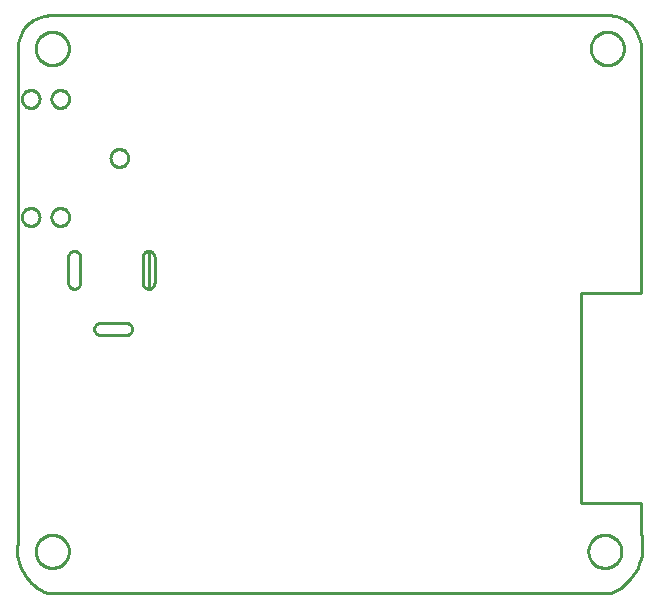
<source format=gbr>
G04 EAGLE Gerber X2 export*
%TF.Part,Single*%
%TF.FileFunction,Profile,NP*%
%TF.FilePolarity,Positive*%
%TF.GenerationSoftware,Autodesk,EAGLE,9.0.0*%
%TF.CreationDate,2018-05-04T17:55:18Z*%
G75*
%MOMM*%
%FSLAX34Y34*%
%LPD*%
%AMOC8*
5,1,8,0,0,1.08239X$1,22.5*%
G01*
%ADD10C,0.254000*%


D10*
X-6350Y19050D02*
X-6696Y17140D01*
X-7067Y13787D01*
X-7144Y10413D01*
X-6928Y7046D01*
X-6418Y3710D01*
X-5620Y432D01*
X-4539Y-2765D01*
X-3184Y-5855D01*
X-1564Y-8815D01*
X307Y-11623D01*
X2416Y-14257D01*
X4746Y-16697D01*
X7281Y-18925D01*
X9999Y-20923D01*
X12882Y-22677D01*
X15907Y-24173D01*
X19050Y-25400D01*
X495300Y-25400D01*
X497275Y-24544D01*
X500600Y-22823D01*
X503761Y-20818D01*
X506736Y-18546D01*
X509502Y-16023D01*
X512037Y-13269D01*
X514322Y-10304D01*
X516341Y-7151D01*
X518077Y-3835D01*
X519517Y-380D01*
X520651Y3188D01*
X521469Y6841D01*
X521966Y10551D01*
X522137Y14291D01*
X521982Y18031D01*
X521502Y21744D01*
X520700Y25400D01*
X520700Y50800D01*
X469900Y50800D01*
X469900Y228600D01*
X520700Y228600D01*
X520700Y438150D01*
X520581Y439506D01*
X520214Y441845D01*
X519643Y444143D01*
X518875Y446383D01*
X517914Y448546D01*
X516769Y450618D01*
X515447Y452583D01*
X513959Y454424D01*
X512316Y456129D01*
X510531Y457684D01*
X508617Y459078D01*
X506589Y460300D01*
X504462Y461340D01*
X502253Y462191D01*
X499978Y462846D01*
X497654Y463300D01*
X495300Y463550D01*
X19050Y463550D01*
X17694Y463431D01*
X15355Y463063D01*
X13057Y462493D01*
X10818Y461725D01*
X8654Y460764D01*
X6582Y459619D01*
X4617Y458297D01*
X2776Y456809D01*
X1071Y455166D01*
X-484Y453381D01*
X-1878Y451467D01*
X-3100Y449439D01*
X-4140Y447312D01*
X-4991Y445103D01*
X-5646Y442828D01*
X-6100Y440504D01*
X-6350Y438150D01*
X-6350Y19050D01*
X58100Y198100D02*
X58119Y197664D01*
X58176Y197232D01*
X58270Y196806D01*
X58402Y196390D01*
X58568Y195987D01*
X58770Y195600D01*
X59004Y195232D01*
X59270Y194886D01*
X59564Y194564D01*
X59886Y194270D01*
X60232Y194004D01*
X60600Y193770D01*
X60987Y193568D01*
X61390Y193402D01*
X61806Y193270D01*
X62232Y193176D01*
X62664Y193119D01*
X63100Y193100D01*
X85100Y193100D01*
X85536Y193119D01*
X85968Y193176D01*
X86394Y193270D01*
X86810Y193402D01*
X87213Y193568D01*
X87600Y193770D01*
X87968Y194004D01*
X88314Y194270D01*
X88636Y194564D01*
X88930Y194886D01*
X89196Y195232D01*
X89430Y195600D01*
X89632Y195987D01*
X89798Y196390D01*
X89930Y196806D01*
X90024Y197232D01*
X90081Y197664D01*
X90100Y198100D01*
X90081Y198536D01*
X90024Y198968D01*
X89930Y199394D01*
X89798Y199810D01*
X89632Y200213D01*
X89430Y200600D01*
X89196Y200968D01*
X88930Y201314D01*
X88636Y201636D01*
X88314Y201930D01*
X87968Y202196D01*
X87600Y202430D01*
X87213Y202632D01*
X86810Y202798D01*
X86394Y202930D01*
X85968Y203024D01*
X85536Y203081D01*
X85100Y203100D01*
X63100Y203100D01*
X62664Y203081D01*
X62232Y203024D01*
X61806Y202930D01*
X61390Y202798D01*
X60987Y202632D01*
X60600Y202430D01*
X60232Y202196D01*
X59886Y201930D01*
X59564Y201636D01*
X59270Y201314D01*
X59004Y200968D01*
X58770Y200600D01*
X58568Y200213D01*
X58402Y199810D01*
X58270Y199394D01*
X58176Y198968D01*
X58119Y198536D01*
X58100Y198100D01*
X36100Y237100D02*
X36119Y236664D01*
X36176Y236232D01*
X36270Y235806D01*
X36402Y235390D01*
X36568Y234987D01*
X36770Y234600D01*
X37004Y234232D01*
X37270Y233886D01*
X37564Y233564D01*
X37886Y233270D01*
X38232Y233004D01*
X38600Y232770D01*
X38987Y232568D01*
X39390Y232402D01*
X39806Y232270D01*
X40232Y232176D01*
X40664Y232119D01*
X41100Y232100D01*
X41536Y232119D01*
X41968Y232176D01*
X42394Y232270D01*
X42810Y232402D01*
X43213Y232568D01*
X43600Y232770D01*
X43968Y233004D01*
X44314Y233270D01*
X44636Y233564D01*
X44930Y233886D01*
X45196Y234232D01*
X45430Y234600D01*
X45632Y234987D01*
X45798Y235390D01*
X45930Y235806D01*
X46024Y236232D01*
X46081Y236664D01*
X46100Y237100D01*
X46100Y259100D01*
X46081Y259536D01*
X46024Y259968D01*
X45930Y260394D01*
X45798Y260810D01*
X45632Y261213D01*
X45430Y261600D01*
X45196Y261968D01*
X44930Y262314D01*
X44636Y262636D01*
X44314Y262930D01*
X43968Y263196D01*
X43600Y263430D01*
X43213Y263632D01*
X42810Y263798D01*
X42394Y263930D01*
X41968Y264024D01*
X41536Y264081D01*
X41100Y264100D01*
X40664Y264081D01*
X40232Y264024D01*
X39806Y263930D01*
X39390Y263798D01*
X38987Y263632D01*
X38600Y263430D01*
X38232Y263196D01*
X37886Y262930D01*
X37564Y262636D01*
X37270Y262314D01*
X37004Y261968D01*
X36770Y261600D01*
X36568Y261213D01*
X36402Y260810D01*
X36270Y260394D01*
X36176Y259968D01*
X36119Y259536D01*
X36100Y259100D01*
X36100Y237100D01*
X99100Y237100D02*
X99119Y236664D01*
X99176Y236232D01*
X99270Y235806D01*
X99402Y235390D01*
X99568Y234987D01*
X99770Y234600D01*
X100004Y234232D01*
X100270Y233886D01*
X100564Y233564D01*
X100886Y233270D01*
X101232Y233004D01*
X101600Y232770D01*
X101987Y232568D01*
X102390Y232402D01*
X102806Y232270D01*
X103232Y232176D01*
X103664Y232119D01*
X104100Y232100D01*
X104100Y264100D01*
X103664Y264081D01*
X103232Y264024D01*
X102806Y263930D01*
X102390Y263798D01*
X101987Y263632D01*
X101600Y263430D01*
X101232Y263196D01*
X100886Y262930D01*
X100564Y262636D01*
X100270Y262314D01*
X100004Y261968D01*
X99770Y261600D01*
X99568Y261213D01*
X99402Y260810D01*
X99270Y260394D01*
X99176Y259968D01*
X99119Y259536D01*
X99100Y259100D01*
X99100Y237100D01*
X99100Y237100D02*
X99119Y236664D01*
X99176Y236232D01*
X99270Y235806D01*
X99402Y235390D01*
X99568Y234987D01*
X99770Y234600D01*
X100004Y234232D01*
X100270Y233886D01*
X100564Y233564D01*
X100886Y233270D01*
X101232Y233004D01*
X101600Y232770D01*
X101987Y232568D01*
X102390Y232402D01*
X102806Y232270D01*
X103232Y232176D01*
X103664Y232119D01*
X104100Y232100D01*
X104536Y232119D01*
X104968Y232176D01*
X105394Y232270D01*
X105810Y232402D01*
X106213Y232568D01*
X106600Y232770D01*
X106968Y233004D01*
X107314Y233270D01*
X107636Y233564D01*
X107930Y233886D01*
X108196Y234232D01*
X108430Y234600D01*
X108632Y234987D01*
X108798Y235390D01*
X108930Y235806D01*
X109024Y236232D01*
X109081Y236664D01*
X109100Y237100D01*
X109100Y259100D01*
X109081Y259536D01*
X109024Y259968D01*
X108930Y260394D01*
X108798Y260810D01*
X108632Y261213D01*
X108430Y261600D01*
X108196Y261968D01*
X107930Y262314D01*
X107636Y262636D01*
X107314Y262930D01*
X106968Y263196D01*
X106600Y263430D01*
X106213Y263632D01*
X105810Y263798D01*
X105394Y263930D01*
X104968Y264024D01*
X104536Y264081D01*
X104100Y264100D01*
X103664Y264081D01*
X103232Y264024D01*
X102806Y263930D01*
X102390Y263798D01*
X101987Y263632D01*
X101600Y263430D01*
X101232Y263196D01*
X100886Y262930D01*
X100564Y262636D01*
X100270Y262314D01*
X100004Y261968D01*
X99770Y261600D01*
X99568Y261213D01*
X99402Y260810D01*
X99270Y260394D01*
X99176Y259968D01*
X99119Y259536D01*
X99100Y259100D01*
X99100Y237100D01*
X104100Y232100D02*
X104536Y232119D01*
X104968Y232176D01*
X105394Y232270D01*
X105810Y232402D01*
X106213Y232568D01*
X106600Y232770D01*
X106968Y233004D01*
X107314Y233270D01*
X107636Y233564D01*
X107930Y233886D01*
X108196Y234232D01*
X108430Y234600D01*
X108632Y234987D01*
X108798Y235390D01*
X108930Y235806D01*
X109024Y236232D01*
X109081Y236664D01*
X109100Y237100D01*
X109100Y259100D01*
X109081Y259536D01*
X109024Y259968D01*
X108930Y260394D01*
X108798Y260810D01*
X108632Y261213D01*
X108430Y261600D01*
X108196Y261968D01*
X107930Y262314D01*
X107636Y262636D01*
X107314Y262930D01*
X106968Y263196D01*
X106600Y263430D01*
X106213Y263632D01*
X105810Y263798D01*
X105394Y263930D01*
X104968Y264024D01*
X104536Y264081D01*
X104100Y264100D01*
X104100Y232100D01*
X36500Y435100D02*
X36429Y434103D01*
X36286Y433113D01*
X36074Y432136D01*
X35792Y431176D01*
X35443Y430239D01*
X35027Y429329D01*
X34548Y428452D01*
X34007Y427610D01*
X33408Y426810D01*
X32753Y426054D01*
X32046Y425347D01*
X31290Y424692D01*
X30490Y424093D01*
X29648Y423552D01*
X28771Y423073D01*
X27861Y422657D01*
X26924Y422308D01*
X25965Y422026D01*
X24987Y421814D01*
X23998Y421671D01*
X23000Y421600D01*
X22000Y421600D01*
X21003Y421671D01*
X20013Y421814D01*
X19036Y422026D01*
X18076Y422308D01*
X17139Y422657D01*
X16229Y423073D01*
X15352Y423552D01*
X14510Y424093D01*
X13710Y424692D01*
X12954Y425347D01*
X12247Y426054D01*
X11592Y426810D01*
X10993Y427610D01*
X10452Y428452D01*
X9973Y429329D01*
X9557Y430239D01*
X9208Y431176D01*
X8926Y432136D01*
X8714Y433113D01*
X8571Y434103D01*
X8500Y435100D01*
X8500Y436100D01*
X8571Y437098D01*
X8714Y438087D01*
X8926Y439065D01*
X9208Y440024D01*
X9557Y440961D01*
X9973Y441871D01*
X10452Y442748D01*
X10993Y443590D01*
X11592Y444390D01*
X12247Y445146D01*
X12954Y445853D01*
X13710Y446508D01*
X14510Y447107D01*
X15352Y447648D01*
X16229Y448127D01*
X17139Y448543D01*
X18076Y448892D01*
X19036Y449174D01*
X20013Y449386D01*
X21003Y449529D01*
X22000Y449600D01*
X23000Y449600D01*
X23998Y449529D01*
X24987Y449386D01*
X25965Y449174D01*
X26924Y448892D01*
X27861Y448543D01*
X28771Y448127D01*
X29648Y447648D01*
X30490Y447107D01*
X31290Y446508D01*
X32046Y445853D01*
X32753Y445146D01*
X33408Y444390D01*
X34007Y443590D01*
X34548Y442748D01*
X35027Y441871D01*
X35443Y440961D01*
X35792Y440024D01*
X36074Y439065D01*
X36286Y438087D01*
X36429Y437098D01*
X36500Y436100D01*
X36500Y435100D01*
X36500Y9300D02*
X36429Y8303D01*
X36286Y7313D01*
X36074Y6336D01*
X35792Y5376D01*
X35443Y4439D01*
X35027Y3529D01*
X34548Y2652D01*
X34007Y1810D01*
X33408Y1010D01*
X32753Y254D01*
X32046Y-453D01*
X31290Y-1108D01*
X30490Y-1707D01*
X29648Y-2248D01*
X28771Y-2727D01*
X27861Y-3143D01*
X26924Y-3492D01*
X25965Y-3774D01*
X24987Y-3986D01*
X23998Y-4129D01*
X23000Y-4200D01*
X22000Y-4200D01*
X21003Y-4129D01*
X20013Y-3986D01*
X19036Y-3774D01*
X18076Y-3492D01*
X17139Y-3143D01*
X16229Y-2727D01*
X15352Y-2248D01*
X14510Y-1707D01*
X13710Y-1108D01*
X12954Y-453D01*
X12247Y254D01*
X11592Y1010D01*
X10993Y1810D01*
X10452Y2652D01*
X9973Y3529D01*
X9557Y4439D01*
X9208Y5376D01*
X8926Y6336D01*
X8714Y7313D01*
X8571Y8303D01*
X8500Y9300D01*
X8500Y10300D01*
X8571Y11298D01*
X8714Y12287D01*
X8926Y13265D01*
X9208Y14224D01*
X9557Y15161D01*
X9973Y16071D01*
X10452Y16948D01*
X10993Y17790D01*
X11592Y18590D01*
X12247Y19346D01*
X12954Y20053D01*
X13710Y20708D01*
X14510Y21307D01*
X15352Y21848D01*
X16229Y22327D01*
X17139Y22743D01*
X18076Y23092D01*
X19036Y23374D01*
X20013Y23586D01*
X21003Y23729D01*
X22000Y23800D01*
X23000Y23800D01*
X23998Y23729D01*
X24987Y23586D01*
X25965Y23374D01*
X26924Y23092D01*
X27861Y22743D01*
X28771Y22327D01*
X29648Y21848D01*
X30490Y21307D01*
X31290Y20708D01*
X32046Y20053D01*
X32753Y19346D01*
X33408Y18590D01*
X34007Y17790D01*
X34548Y16948D01*
X35027Y16071D01*
X35443Y15161D01*
X35792Y14224D01*
X36074Y13265D01*
X36286Y12287D01*
X36429Y11298D01*
X36500Y10300D01*
X36500Y9300D01*
X506500Y435100D02*
X506429Y434103D01*
X506286Y433113D01*
X506074Y432136D01*
X505792Y431176D01*
X505443Y430239D01*
X505027Y429329D01*
X504548Y428452D01*
X504007Y427610D01*
X503408Y426810D01*
X502753Y426054D01*
X502046Y425347D01*
X501290Y424692D01*
X500490Y424093D01*
X499648Y423552D01*
X498771Y423073D01*
X497861Y422657D01*
X496924Y422308D01*
X495965Y422026D01*
X494987Y421814D01*
X493998Y421671D01*
X493000Y421600D01*
X492000Y421600D01*
X491003Y421671D01*
X490013Y421814D01*
X489036Y422026D01*
X488076Y422308D01*
X487139Y422657D01*
X486229Y423073D01*
X485352Y423552D01*
X484510Y424093D01*
X483710Y424692D01*
X482954Y425347D01*
X482247Y426054D01*
X481592Y426810D01*
X480993Y427610D01*
X480452Y428452D01*
X479973Y429329D01*
X479557Y430239D01*
X479208Y431176D01*
X478926Y432136D01*
X478714Y433113D01*
X478571Y434103D01*
X478500Y435100D01*
X478500Y436100D01*
X478571Y437098D01*
X478714Y438087D01*
X478926Y439065D01*
X479208Y440024D01*
X479557Y440961D01*
X479973Y441871D01*
X480452Y442748D01*
X480993Y443590D01*
X481592Y444390D01*
X482247Y445146D01*
X482954Y445853D01*
X483710Y446508D01*
X484510Y447107D01*
X485352Y447648D01*
X486229Y448127D01*
X487139Y448543D01*
X488076Y448892D01*
X489036Y449174D01*
X490013Y449386D01*
X491003Y449529D01*
X492000Y449600D01*
X493000Y449600D01*
X493998Y449529D01*
X494987Y449386D01*
X495965Y449174D01*
X496924Y448892D01*
X497861Y448543D01*
X498771Y448127D01*
X499648Y447648D01*
X500490Y447107D01*
X501290Y446508D01*
X502046Y445853D01*
X502753Y445146D01*
X503408Y444390D01*
X504007Y443590D01*
X504548Y442748D01*
X505027Y441871D01*
X505443Y440961D01*
X505792Y440024D01*
X506074Y439065D01*
X506286Y438087D01*
X506429Y437098D01*
X506500Y436100D01*
X506500Y435100D01*
X504350Y9300D02*
X504279Y8303D01*
X504136Y7313D01*
X503924Y6336D01*
X503642Y5376D01*
X503293Y4439D01*
X502877Y3529D01*
X502398Y2652D01*
X501857Y1810D01*
X501258Y1010D01*
X500603Y254D01*
X499896Y-453D01*
X499140Y-1108D01*
X498340Y-1707D01*
X497498Y-2248D01*
X496621Y-2727D01*
X495711Y-3143D01*
X494774Y-3492D01*
X493815Y-3774D01*
X492837Y-3986D01*
X491848Y-4129D01*
X490850Y-4200D01*
X489850Y-4200D01*
X488853Y-4129D01*
X487863Y-3986D01*
X486886Y-3774D01*
X485926Y-3492D01*
X484989Y-3143D01*
X484079Y-2727D01*
X483202Y-2248D01*
X482360Y-1707D01*
X481560Y-1108D01*
X480804Y-453D01*
X480097Y254D01*
X479442Y1010D01*
X478843Y1810D01*
X478302Y2652D01*
X477823Y3529D01*
X477407Y4439D01*
X477058Y5376D01*
X476776Y6336D01*
X476564Y7313D01*
X476421Y8303D01*
X476350Y9300D01*
X476350Y10300D01*
X476421Y11298D01*
X476564Y12287D01*
X476776Y13265D01*
X477058Y14224D01*
X477407Y15161D01*
X477823Y16071D01*
X478302Y16948D01*
X478843Y17790D01*
X479442Y18590D01*
X480097Y19346D01*
X480804Y20053D01*
X481560Y20708D01*
X482360Y21307D01*
X483202Y21848D01*
X484079Y22327D01*
X484989Y22743D01*
X485926Y23092D01*
X486886Y23374D01*
X487863Y23586D01*
X488853Y23729D01*
X489850Y23800D01*
X490850Y23800D01*
X491848Y23729D01*
X492837Y23586D01*
X493815Y23374D01*
X494774Y23092D01*
X495711Y22743D01*
X496621Y22327D01*
X497498Y21848D01*
X498340Y21307D01*
X499140Y20708D01*
X499896Y20053D01*
X500603Y19346D01*
X501258Y18590D01*
X501857Y17790D01*
X502398Y16948D01*
X502877Y16071D01*
X503293Y15161D01*
X503642Y14224D01*
X503924Y13265D01*
X504136Y12287D01*
X504279Y11298D01*
X504350Y10300D01*
X504350Y9300D01*
X36500Y435100D02*
X36429Y434103D01*
X36286Y433113D01*
X36074Y432136D01*
X35792Y431176D01*
X35443Y430239D01*
X35027Y429329D01*
X34548Y428452D01*
X34007Y427610D01*
X33408Y426810D01*
X32753Y426054D01*
X32046Y425347D01*
X31290Y424692D01*
X30490Y424093D01*
X29648Y423552D01*
X28771Y423073D01*
X27861Y422657D01*
X26924Y422308D01*
X25965Y422026D01*
X24987Y421814D01*
X23998Y421671D01*
X23000Y421600D01*
X22000Y421600D01*
X21003Y421671D01*
X20013Y421814D01*
X19036Y422026D01*
X18076Y422308D01*
X17139Y422657D01*
X16229Y423073D01*
X15352Y423552D01*
X14510Y424093D01*
X13710Y424692D01*
X12954Y425347D01*
X12247Y426054D01*
X11592Y426810D01*
X10993Y427610D01*
X10452Y428452D01*
X9973Y429329D01*
X9557Y430239D01*
X9208Y431176D01*
X8926Y432136D01*
X8714Y433113D01*
X8571Y434103D01*
X8500Y435100D01*
X8500Y436100D01*
X8571Y437098D01*
X8714Y438087D01*
X8926Y439065D01*
X9208Y440024D01*
X9557Y440961D01*
X9973Y441871D01*
X10452Y442748D01*
X10993Y443590D01*
X11592Y444390D01*
X12247Y445146D01*
X12954Y445853D01*
X13710Y446508D01*
X14510Y447107D01*
X15352Y447648D01*
X16229Y448127D01*
X17139Y448543D01*
X18076Y448892D01*
X19036Y449174D01*
X20013Y449386D01*
X21003Y449529D01*
X22000Y449600D01*
X23000Y449600D01*
X23998Y449529D01*
X24987Y449386D01*
X25965Y449174D01*
X26924Y448892D01*
X27861Y448543D01*
X28771Y448127D01*
X29648Y447648D01*
X30490Y447107D01*
X31290Y446508D01*
X32046Y445853D01*
X32753Y445146D01*
X33408Y444390D01*
X34007Y443590D01*
X34548Y442748D01*
X35027Y441871D01*
X35443Y440961D01*
X35792Y440024D01*
X36074Y439065D01*
X36286Y438087D01*
X36429Y437098D01*
X36500Y436100D01*
X36500Y435100D01*
X36500Y9300D02*
X36429Y8303D01*
X36286Y7313D01*
X36074Y6336D01*
X35792Y5376D01*
X35443Y4439D01*
X35027Y3529D01*
X34548Y2652D01*
X34007Y1810D01*
X33408Y1010D01*
X32753Y254D01*
X32046Y-453D01*
X31290Y-1108D01*
X30490Y-1707D01*
X29648Y-2248D01*
X28771Y-2727D01*
X27861Y-3143D01*
X26924Y-3492D01*
X25965Y-3774D01*
X24987Y-3986D01*
X23998Y-4129D01*
X23000Y-4200D01*
X22000Y-4200D01*
X21003Y-4129D01*
X20013Y-3986D01*
X19036Y-3774D01*
X18076Y-3492D01*
X17139Y-3143D01*
X16229Y-2727D01*
X15352Y-2248D01*
X14510Y-1707D01*
X13710Y-1108D01*
X12954Y-453D01*
X12247Y254D01*
X11592Y1010D01*
X10993Y1810D01*
X10452Y2652D01*
X9973Y3529D01*
X9557Y4439D01*
X9208Y5376D01*
X8926Y6336D01*
X8714Y7313D01*
X8571Y8303D01*
X8500Y9300D01*
X8500Y10300D01*
X8571Y11298D01*
X8714Y12287D01*
X8926Y13265D01*
X9208Y14224D01*
X9557Y15161D01*
X9973Y16071D01*
X10452Y16948D01*
X10993Y17790D01*
X11592Y18590D01*
X12247Y19346D01*
X12954Y20053D01*
X13710Y20708D01*
X14510Y21307D01*
X15352Y21848D01*
X16229Y22327D01*
X17139Y22743D01*
X18076Y23092D01*
X19036Y23374D01*
X20013Y23586D01*
X21003Y23729D01*
X22000Y23800D01*
X23000Y23800D01*
X23998Y23729D01*
X24987Y23586D01*
X25965Y23374D01*
X26924Y23092D01*
X27861Y22743D01*
X28771Y22327D01*
X29648Y21848D01*
X30490Y21307D01*
X31290Y20708D01*
X32046Y20053D01*
X32753Y19346D01*
X33408Y18590D01*
X34007Y17790D01*
X34548Y16948D01*
X35027Y16071D01*
X35443Y15161D01*
X35792Y14224D01*
X36074Y13265D01*
X36286Y12287D01*
X36429Y11298D01*
X36500Y10300D01*
X36500Y9300D01*
X506500Y435100D02*
X506429Y434103D01*
X506286Y433113D01*
X506074Y432136D01*
X505792Y431176D01*
X505443Y430239D01*
X505027Y429329D01*
X504548Y428452D01*
X504007Y427610D01*
X503408Y426810D01*
X502753Y426054D01*
X502046Y425347D01*
X501290Y424692D01*
X500490Y424093D01*
X499648Y423552D01*
X498771Y423073D01*
X497861Y422657D01*
X496924Y422308D01*
X495965Y422026D01*
X494987Y421814D01*
X493998Y421671D01*
X493000Y421600D01*
X492000Y421600D01*
X491003Y421671D01*
X490013Y421814D01*
X489036Y422026D01*
X488076Y422308D01*
X487139Y422657D01*
X486229Y423073D01*
X485352Y423552D01*
X484510Y424093D01*
X483710Y424692D01*
X482954Y425347D01*
X482247Y426054D01*
X481592Y426810D01*
X480993Y427610D01*
X480452Y428452D01*
X479973Y429329D01*
X479557Y430239D01*
X479208Y431176D01*
X478926Y432136D01*
X478714Y433113D01*
X478571Y434103D01*
X478500Y435100D01*
X478500Y436100D01*
X478571Y437098D01*
X478714Y438087D01*
X478926Y439065D01*
X479208Y440024D01*
X479557Y440961D01*
X479973Y441871D01*
X480452Y442748D01*
X480993Y443590D01*
X481592Y444390D01*
X482247Y445146D01*
X482954Y445853D01*
X483710Y446508D01*
X484510Y447107D01*
X485352Y447648D01*
X486229Y448127D01*
X487139Y448543D01*
X488076Y448892D01*
X489036Y449174D01*
X490013Y449386D01*
X491003Y449529D01*
X492000Y449600D01*
X493000Y449600D01*
X493998Y449529D01*
X494987Y449386D01*
X495965Y449174D01*
X496924Y448892D01*
X497861Y448543D01*
X498771Y448127D01*
X499648Y447648D01*
X500490Y447107D01*
X501290Y446508D01*
X502046Y445853D01*
X502753Y445146D01*
X503408Y444390D01*
X504007Y443590D01*
X504548Y442748D01*
X505027Y441871D01*
X505443Y440961D01*
X505792Y440024D01*
X506074Y439065D01*
X506286Y438087D01*
X506429Y437098D01*
X506500Y436100D01*
X506500Y435100D01*
X504350Y9300D02*
X504279Y8303D01*
X504136Y7313D01*
X503924Y6336D01*
X503642Y5376D01*
X503293Y4439D01*
X502877Y3529D01*
X502398Y2652D01*
X501857Y1810D01*
X501258Y1010D01*
X500603Y254D01*
X499896Y-453D01*
X499140Y-1108D01*
X498340Y-1707D01*
X497498Y-2248D01*
X496621Y-2727D01*
X495711Y-3143D01*
X494774Y-3492D01*
X493815Y-3774D01*
X492837Y-3986D01*
X491848Y-4129D01*
X490850Y-4200D01*
X489850Y-4200D01*
X488853Y-4129D01*
X487863Y-3986D01*
X486886Y-3774D01*
X485926Y-3492D01*
X484989Y-3143D01*
X484079Y-2727D01*
X483202Y-2248D01*
X482360Y-1707D01*
X481560Y-1108D01*
X480804Y-453D01*
X480097Y254D01*
X479442Y1010D01*
X478843Y1810D01*
X478302Y2652D01*
X477823Y3529D01*
X477407Y4439D01*
X477058Y5376D01*
X476776Y6336D01*
X476564Y7313D01*
X476421Y8303D01*
X476350Y9300D01*
X476350Y10300D01*
X476421Y11298D01*
X476564Y12287D01*
X476776Y13265D01*
X477058Y14224D01*
X477407Y15161D01*
X477823Y16071D01*
X478302Y16948D01*
X478843Y17790D01*
X479442Y18590D01*
X480097Y19346D01*
X480804Y20053D01*
X481560Y20708D01*
X482360Y21307D01*
X483202Y21848D01*
X484079Y22327D01*
X484989Y22743D01*
X485926Y23092D01*
X486886Y23374D01*
X487863Y23586D01*
X488853Y23729D01*
X489850Y23800D01*
X490850Y23800D01*
X491848Y23729D01*
X492837Y23586D01*
X493815Y23374D01*
X494774Y23092D01*
X495711Y22743D01*
X496621Y22327D01*
X497498Y21848D01*
X498340Y21307D01*
X499140Y20708D01*
X499896Y20053D01*
X500603Y19346D01*
X501258Y18590D01*
X501857Y17790D01*
X502398Y16948D01*
X502877Y16071D01*
X503293Y15161D01*
X503642Y14224D01*
X503924Y13265D01*
X504136Y12287D01*
X504279Y11298D01*
X504350Y10300D01*
X504350Y9300D01*
X36786Y392548D02*
X36714Y391814D01*
X36570Y391091D01*
X36356Y390386D01*
X36074Y389705D01*
X35727Y389056D01*
X35317Y388443D01*
X34850Y387873D01*
X34329Y387352D01*
X33759Y386885D01*
X33146Y386475D01*
X32497Y386128D01*
X31816Y385846D01*
X31111Y385632D01*
X30388Y385488D01*
X29654Y385416D01*
X28918Y385416D01*
X28184Y385488D01*
X27461Y385632D01*
X26756Y385846D01*
X26075Y386128D01*
X25426Y386475D01*
X24813Y386885D01*
X24243Y387352D01*
X23722Y387873D01*
X23255Y388443D01*
X22845Y389056D01*
X22498Y389705D01*
X22216Y390386D01*
X22002Y391091D01*
X21858Y391814D01*
X21786Y392548D01*
X21786Y393284D01*
X21858Y394018D01*
X22002Y394741D01*
X22216Y395446D01*
X22498Y396127D01*
X22845Y396776D01*
X23255Y397389D01*
X23722Y397959D01*
X24243Y398480D01*
X24813Y398947D01*
X25426Y399357D01*
X26075Y399704D01*
X26756Y399986D01*
X27461Y400200D01*
X28184Y400344D01*
X28918Y400416D01*
X29654Y400416D01*
X30388Y400344D01*
X31111Y400200D01*
X31816Y399986D01*
X32497Y399704D01*
X33146Y399357D01*
X33759Y398947D01*
X34329Y398480D01*
X34850Y397959D01*
X35317Y397389D01*
X35727Y396776D01*
X36074Y396127D01*
X36356Y395446D01*
X36570Y394741D01*
X36714Y394018D01*
X36786Y393284D01*
X36786Y392548D01*
X36786Y292548D02*
X36714Y291814D01*
X36570Y291091D01*
X36356Y290386D01*
X36074Y289705D01*
X35727Y289056D01*
X35317Y288443D01*
X34850Y287873D01*
X34329Y287352D01*
X33759Y286885D01*
X33146Y286475D01*
X32497Y286128D01*
X31816Y285846D01*
X31111Y285632D01*
X30388Y285488D01*
X29654Y285416D01*
X28918Y285416D01*
X28184Y285488D01*
X27461Y285632D01*
X26756Y285846D01*
X26075Y286128D01*
X25426Y286475D01*
X24813Y286885D01*
X24243Y287352D01*
X23722Y287873D01*
X23255Y288443D01*
X22845Y289056D01*
X22498Y289705D01*
X22216Y290386D01*
X22002Y291091D01*
X21858Y291814D01*
X21786Y292548D01*
X21786Y293284D01*
X21858Y294018D01*
X22002Y294741D01*
X22216Y295446D01*
X22498Y296127D01*
X22845Y296776D01*
X23255Y297389D01*
X23722Y297959D01*
X24243Y298480D01*
X24813Y298947D01*
X25426Y299357D01*
X26075Y299704D01*
X26756Y299986D01*
X27461Y300200D01*
X28184Y300344D01*
X28918Y300416D01*
X29654Y300416D01*
X30388Y300344D01*
X31111Y300200D01*
X31816Y299986D01*
X32497Y299704D01*
X33146Y299357D01*
X33759Y298947D01*
X34329Y298480D01*
X34850Y297959D01*
X35317Y297389D01*
X35727Y296776D01*
X36074Y296127D01*
X36356Y295446D01*
X36570Y294741D01*
X36714Y294018D01*
X36786Y293284D01*
X36786Y292548D01*
X86786Y342548D02*
X86714Y341814D01*
X86570Y341091D01*
X86356Y340386D01*
X86074Y339705D01*
X85727Y339056D01*
X85317Y338443D01*
X84850Y337873D01*
X84329Y337352D01*
X83759Y336885D01*
X83146Y336475D01*
X82497Y336128D01*
X81816Y335846D01*
X81111Y335632D01*
X80388Y335488D01*
X79654Y335416D01*
X78918Y335416D01*
X78184Y335488D01*
X77461Y335632D01*
X76756Y335846D01*
X76075Y336128D01*
X75426Y336475D01*
X74813Y336885D01*
X74243Y337352D01*
X73722Y337873D01*
X73255Y338443D01*
X72845Y339056D01*
X72498Y339705D01*
X72216Y340386D01*
X72002Y341091D01*
X71858Y341814D01*
X71786Y342548D01*
X71786Y343284D01*
X71858Y344018D01*
X72002Y344741D01*
X72216Y345446D01*
X72498Y346127D01*
X72845Y346776D01*
X73255Y347389D01*
X73722Y347959D01*
X74243Y348480D01*
X74813Y348947D01*
X75426Y349357D01*
X76075Y349704D01*
X76756Y349986D01*
X77461Y350200D01*
X78184Y350344D01*
X78918Y350416D01*
X79654Y350416D01*
X80388Y350344D01*
X81111Y350200D01*
X81816Y349986D01*
X82497Y349704D01*
X83146Y349357D01*
X83759Y348947D01*
X84329Y348480D01*
X84850Y347959D01*
X85317Y347389D01*
X85727Y346776D01*
X86074Y346127D01*
X86356Y345446D01*
X86570Y344741D01*
X86714Y344018D01*
X86786Y343284D01*
X86786Y342548D01*
X11786Y392548D02*
X11714Y391814D01*
X11570Y391091D01*
X11356Y390386D01*
X11074Y389705D01*
X10727Y389056D01*
X10317Y388443D01*
X9850Y387873D01*
X9329Y387352D01*
X8759Y386885D01*
X8146Y386475D01*
X7497Y386128D01*
X6816Y385846D01*
X6111Y385632D01*
X5388Y385488D01*
X4654Y385416D01*
X3918Y385416D01*
X3184Y385488D01*
X2461Y385632D01*
X1756Y385846D01*
X1075Y386128D01*
X426Y386475D01*
X-187Y386885D01*
X-757Y387352D01*
X-1278Y387873D01*
X-1745Y388443D01*
X-2155Y389056D01*
X-2502Y389705D01*
X-2784Y390386D01*
X-2998Y391091D01*
X-3142Y391814D01*
X-3214Y392548D01*
X-3214Y393284D01*
X-3142Y394018D01*
X-2998Y394741D01*
X-2784Y395446D01*
X-2502Y396127D01*
X-2155Y396776D01*
X-1745Y397389D01*
X-1278Y397959D01*
X-757Y398480D01*
X-187Y398947D01*
X426Y399357D01*
X1075Y399704D01*
X1756Y399986D01*
X2461Y400200D01*
X3184Y400344D01*
X3918Y400416D01*
X4654Y400416D01*
X5388Y400344D01*
X6111Y400200D01*
X6816Y399986D01*
X7497Y399704D01*
X8146Y399357D01*
X8759Y398947D01*
X9329Y398480D01*
X9850Y397959D01*
X10317Y397389D01*
X10727Y396776D01*
X11074Y396127D01*
X11356Y395446D01*
X11570Y394741D01*
X11714Y394018D01*
X11786Y393284D01*
X11786Y392548D01*
X11786Y292548D02*
X11714Y291814D01*
X11570Y291091D01*
X11356Y290386D01*
X11074Y289705D01*
X10727Y289056D01*
X10317Y288443D01*
X9850Y287873D01*
X9329Y287352D01*
X8759Y286885D01*
X8146Y286475D01*
X7497Y286128D01*
X6816Y285846D01*
X6111Y285632D01*
X5388Y285488D01*
X4654Y285416D01*
X3918Y285416D01*
X3184Y285488D01*
X2461Y285632D01*
X1756Y285846D01*
X1075Y286128D01*
X426Y286475D01*
X-187Y286885D01*
X-757Y287352D01*
X-1278Y287873D01*
X-1745Y288443D01*
X-2155Y289056D01*
X-2502Y289705D01*
X-2784Y290386D01*
X-2998Y291091D01*
X-3142Y291814D01*
X-3214Y292548D01*
X-3214Y293284D01*
X-3142Y294018D01*
X-2998Y294741D01*
X-2784Y295446D01*
X-2502Y296127D01*
X-2155Y296776D01*
X-1745Y297389D01*
X-1278Y297959D01*
X-757Y298480D01*
X-187Y298947D01*
X426Y299357D01*
X1075Y299704D01*
X1756Y299986D01*
X2461Y300200D01*
X3184Y300344D01*
X3918Y300416D01*
X4654Y300416D01*
X5388Y300344D01*
X6111Y300200D01*
X6816Y299986D01*
X7497Y299704D01*
X8146Y299357D01*
X8759Y298947D01*
X9329Y298480D01*
X9850Y297959D01*
X10317Y297389D01*
X10727Y296776D01*
X11074Y296127D01*
X11356Y295446D01*
X11570Y294741D01*
X11714Y294018D01*
X11786Y293284D01*
X11786Y292548D01*
M02*

</source>
